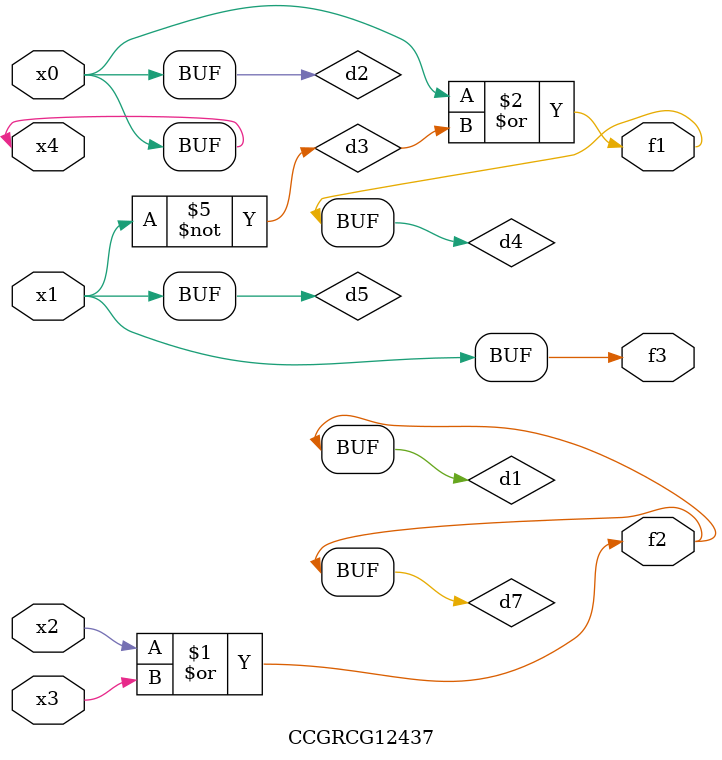
<source format=v>
module CCGRCG12437(
	input x0, x1, x2, x3, x4,
	output f1, f2, f3
);

	wire d1, d2, d3, d4, d5, d6, d7;

	or (d1, x2, x3);
	buf (d2, x0, x4);
	not (d3, x1);
	or (d4, d2, d3);
	not (d5, d3);
	nand (d6, d1, d3);
	or (d7, d1);
	assign f1 = d4;
	assign f2 = d7;
	assign f3 = d5;
endmodule

</source>
